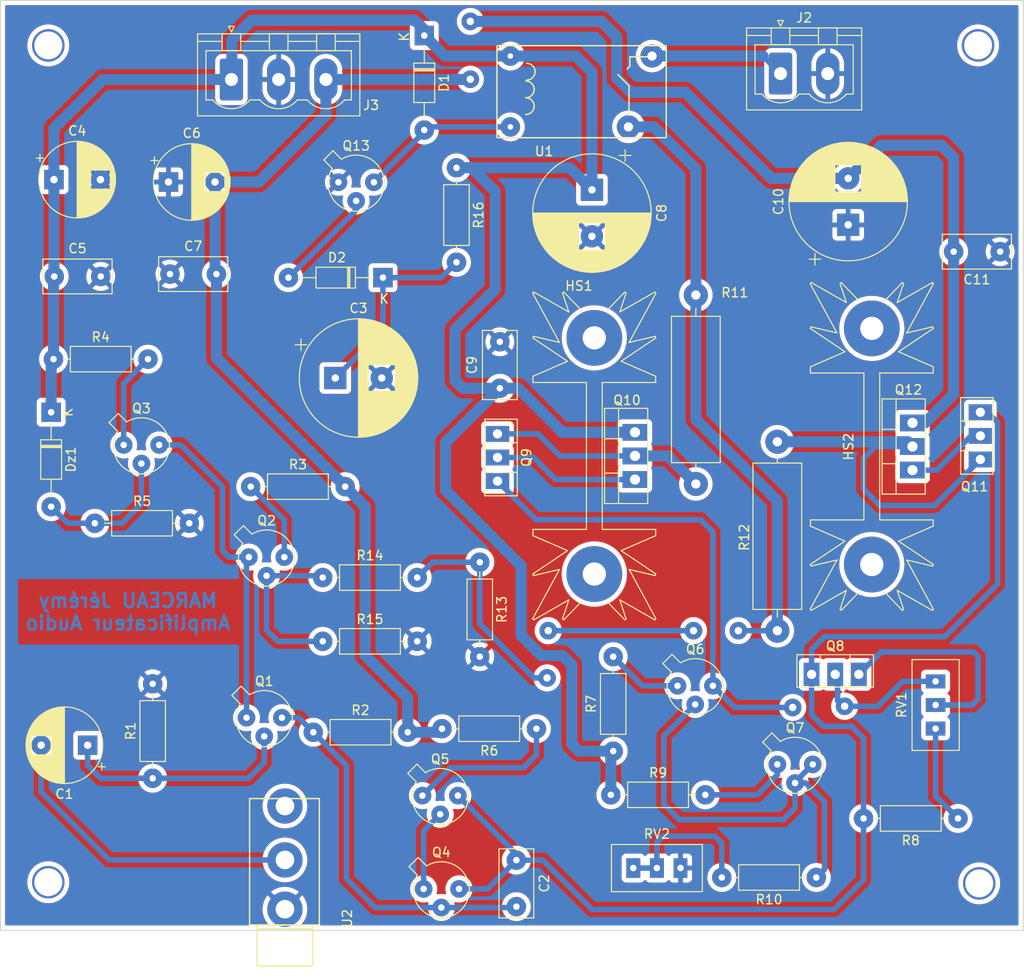
<source format=kicad_pcb>
(kicad_pcb (version 20211014) (generator pcbnew)
  (layers (0 "F.Cu" signal) (31 "B.Cu" signal) (34 "B.Paste" user) (35 "F.Paste" user) (36 "B.SilkS" user "B.Silkscreen") (37 "F.SilkS" user "F.Silkscreen") (38 "B.Mask" user) (39 "F.Mask" user) (44 "Edge.Cuts" user))
  (net 0 "")
  (net 1 "Net-(C1-Pad1)")
  (net 2 "Net-(C1-Pad2)")
  (net 3 "Net-(C2-Pad1)")
  (net 4 "Net-(C2-Pad2)")
  (net 5 "Net-(C3-Pad1)")
  (net 6 "GND")
  (net 7 "+12V")
  (net 8 "-12V")
  (net 9 "Net-(D1-Pad2)")
  (net 10 "Net-(D2-Pad2)")
  (net 11 "Net-(Dz1-Pad2)")
  (net 12 "/HP")
  (net 13 "Net-(Q1-Pad1)")
  (net 14 "Net-(Q2-Pad2)")
  (net 15 "Net-(Q2-Pad3)")
  (net 16 "Net-(Q3-Pad1)")
  (net 17 "Net-(Q4-Pad1)")
  (net 18 "Net-(Q5-Pad1)")
  (net 19 "Net-(Q6-Pad1)")
  (net 20 "Net-(Q6-Pad2)")
  (net 21 "Net-(Q6-Pad3)")
  (net 22 "Net-(Q7-Pad1)")
  (net 23 "Net-(Q8-Pad3)")
  (net 24 "Net-(Q10-Pad2)")
  (net 25 "Net-(Q10-Pad1)")
  (net 26 "Net-(Q11-Pad1)")
  (net 27 "Net-(R8-Pad1)")
  (net 28 "Net-(R10-Pad2)")
  (net 29 "Net-(R11-Pad2)")
  (net 31 "Net-(Q11-Pad2)")
  (footprint "CmpAmpliAudioTR:R_Axial_DIN0207_L6.3mm_D2.5mm_P10.16mm_Horizontal" (layer "F.Cu") (at 96.139 87.249)
    (fp_text reference "R14" (at 5.08 -2.37) (layer "F.SilkS"))
    (fp_text value "R")
    (pad "1" thru_hole circle locked (at 0 0) (size 2.1 2.1) (drill 0.7) (layers *.Cu *.Mask) (net 14 "Net-(Q2-Pad2)"))
    (pad "2" thru_hole circle locked (at 10.16 0) (size 2.1 2.1) (drill 0.7) (layers *.Cu *.Mask) (net 29 "Net-(R11-Pad2)"))
  )
  (footprint "CmpAmpliAudioTR:R_Axial_DIN0207_L6.3mm_D2.5mm_P10.16mm_Horizontal" (layer "F.Cu") (at 95.123 103.886)
    (fp_text reference "R2" (at 5.08 -2.37) (layer "F.SilkS"))
    (fp_text value "R")
    (pad "1" thru_hole circle locked (at 0 0) (size 2.1 2.1) (drill 0.7) (layers *.Cu *.Mask) (net 4 "Net-(C2-Pad2)"))
    (pad "2" thru_hole circle locked (at 10.16 0) (size 2.1 2.1) (drill 0.7) (layers *.Cu *.Mask) (net 8 "-12V"))
  )
  (footprint "CmpAmpliAudioTR:R_Axial_DIN0207_L6.3mm_D2.5mm_P10.16mm_Horizontal" (layer "F.Cu") (at 127.127 110.617)
    (fp_text reference "R9" (at 5.08 -2.37) (layer "F.SilkS"))
    (fp_text value "R")
    (pad "1" thru_hole circle locked (at 0 0) (size 2.1 2.1) (drill 0.7) (layers *.Cu *.Mask) (net 7 "+12V"))
    (pad "2" thru_hole circle locked (at 10.16 0) (size 2.1 2.1) (drill 0.7) (layers *.Cu *.Mask) (net 22 "Net-(Q7-Pad1)"))
  )
  (footprint "CmpAmpliAudioTR:R_Axial_DIN0516_L15.5mm_D5.0mm_P20.32mm_Horizontal" (layer "F.Cu") (at 136.271 77.181698 90)
    (fp_text reference "R11" (at 20.574 4.191 180) (layer "F.SilkS"))
    (fp_text value "R")
    (pad "1" thru_hole circle locked (at 0 0 90) (size 2.6 2.6) (drill 1) (layers *.Cu *.Mask) (net 24 "Net-(Q10-Pad2)"))
    (pad "2" thru_hole oval locked (at 20.32 0 90) (size 2.6 2.6) (drill 1) (layers *.Cu *.Mask) (net 29 "Net-(R11-Pad2)"))
  )
  (footprint "CmpAmpliAudioTR:TO-18-3" (layer "F.Cu") (at 88.576724 102.419724)
    (fp_text reference "Q1" (at 1.27 -4.02) (layer "F.SilkS"))
    (fp_text value "2N2907")
    (pad "1" thru_hole circle (at -0.635 -0.1) (size 1.9 1.9) (drill 0.7) (layers *.Cu *.Mask) (net 13 "Net-(Q1-Pad1)"))
    (pad "2" thru_hole circle (at 1.27 1.905) (size 1.9 1.9) (drill 0.7) (layers *.Cu *.Mask) (net 1 "Net-(C1-Pad1)"))
    (pad "3" thru_hole circle (at 3.175 -0.1) (size 1.9 1.9) (drill 0.7) (layers *.Cu *.Mask) (net 4 "Net-(C2-Pad2)"))
  )
  (footprint "CmpAmpliAudioTR:R_Axial_DIN0207_L6.3mm_D2.5mm_P10.16mm_Horizontal" (layer "F.Cu") (at 164.465 113.157 180)
    (fp_text reference "R8" (at 5.08 -2.37 180) (layer "F.SilkS"))
    (fp_text value "R")
    (pad "1" thru_hole circle locked (at 0 0 180) (size 2.1 2.1) (drill 0.7) (layers *.Cu *.Mask) (net 27 "Net-(R8-Pad1)"))
    (pad "2" thru_hole circle locked (at 10.16 0 180) (size 2.1 2.1) (drill 0.7) (layers *.Cu *.Mask) (net 3 "Net-(C2-Pad1)"))
  )
  (footprint "CmpAmpliAudioTR:D_DO-35_SOD27_P10.16mm_Horizontal" (layer "F.Cu") (at 66.929 69.469 -90)
    (fp_text reference "Dz1" (at 5.08 -2.12 -90) (layer "F.SilkS"))
    (fp_text value "BZX55C5V1")
    (fp_text user "K" (at 0 -1.8 -90) (layer "F.SilkS"))
    (pad "1" thru_hole rect (at 0 0 270) (size 2.1 2.1) (drill 0.7) (layers *.Cu *.Mask) (net 7 "+12V"))
    (pad "2" thru_hole oval (at 10.16 0 270) (size 2.1 2.1) (drill 0.7) (layers *.Cu *.Mask) (net 11 "Net-(Dz1-Pad2)"))
  )
  (footprint "CmpAmpliAudioTR:CP_Radial_D12.5mm_P5.00mm" (layer "F.Cu") (at 152.654 49.313959 90)
    (fp_text reference "C10" (at 2.5 -7.5 90) (layer "F.SilkS"))
    (fp_text value "470u")
    (pad "1" thru_hole rect locked (at 0 0 90) (size 2.4 2.4) (drill 0.8) (layers *.Cu *.Mask) (net 6 "GND"))
    (pad "2" thru_hole circle locked (at 5 0 90) (size 2.4 2.4) (drill 0.8) (layers *.Cu *.Mask) (net 8 "-12V"))
  )
  (footprint "CmpAmpliAudioTR:Heatsink_Fischer_SK104-STC-STIC_35x13mm_2xDrill2.5mm" (layer "F.Cu") (at 155.194 73.148343 90)
    (fp_text reference "HS2" (at -0.025 -2.5 90) (layer "F.SilkS"))
    (fp_text value "Heatsink")
    (pad "1" thru_hole circle locked (at -12.7 0 270) (size 6 6) (drill 2.5) (layers *.Cu *.Mask))
    (pad "1" thru_hole circle locked (at 12.7 0 90) (size 6 6) (drill 2.5) (layers *.Cu *.Mask))
  )
  (footprint "CmpAmpliAudioTR:R_Axial_DIN0207_L6.3mm_D2.5mm_P10.16mm_Horizontal" (layer "F.Cu") (at 88.392 77.47)
    (fp_text reference "R3" (at 5.08 -2.37) (layer "F.SilkS"))
    (fp_text value "R")
    (pad "1" thru_hole circle locked (at 0 0) (size 2.1 2.1) (drill 0.7) (layers *.Cu *.Mask) (net 15 "Net-(Q2-Pad3)"))
    (pad "2" thru_hole circle locked (at 10.16 0) (size 2.1 2.1) (drill 0.7) (layers *.Cu *.Mask) (net 8 "-12V"))
  )
  (footprint "CmpAmpliAudioTR:Heatsink_Fischer_SK104-STC-STIC_35x13mm_2xDrill2.5mm" (layer "F.Cu") (at 125.349 74.168 -90)
    (fp_text reference "HS1" (at -18.288 1.651) (layer "F.SilkS"))
    (fp_text value "Heatsink")
    (pad "1" thru_hole circle locked (at -12.7 0 90) (size 6 6) (drill 2.5) (layers *.Cu *.Mask))
    (pad "1" thru_hole circle locked (at 12.7 0 270) (size 6 6) (drill 2.5) (layers *.Cu *.Mask))
  )
  (footprint "CmpAmpliAudioTR:D_DO-35_SOD27_P10.16mm_Horizontal" (layer "F.Cu") (at 107.061 28.956 -90)
    (fp_text reference "D1" (at 5.08 -2.12 -90) (layer "F.SilkS"))
    (fp_text value "1N4148")
    (fp_text user "K" (at 0.127 2.159 -90) (layer "F.SilkS"))
    (pad "1" thru_hole rect (at 0 0 270) (size 2.1 2.1) (drill 0.7) (layers *.Cu *.Mask) (net 7 "+12V"))
    (pad "2" thru_hole oval (at 10.16 0 270) (size 2.1 2.1) (drill 0.7) (layers *.Cu *.Mask) (net 9 "Net-(D1-Pad2)"))
  )
  (footprint "CmpAmpliAudioTR:PhoenixContact_MSTBVA_2,5_3-G-5,08_1x03_P5.08mm_Vertical" (layer "F.Cu") (at 86.321276 33.680776)
    (fp_text reference "J3" (at 15.024724 2.768224) (layer "F.SilkS"))
    (fp_text value "Conn_01x03")
    (pad "1" thru_hole roundrect locked (at 0 0) (size 2.5 4.5) (drill 1.4) (layers *.Cu *.Mask) (roundrect_rratio 0.12) (net 7 "+12V"))
    (pad "2" thru_hole oval locked (at 5.08 0) (size 2.5 4.5) (drill 1.4) (layers *.Cu *.Mask) (net 6 "GND"))
    (pad "3" thru_hole oval locked (at 10.16 0) (size 2.5 4.5) (drill 1.4) (layers *.Cu *.Mask) (net 8 "-12V"))
  )
  (footprint "CmpAmpliAudioTR:TO-220-3_Vertical" (layer "F.Cu") (at 159.568 75.692 90)
    (fp_text reference "Q12" (at 8.636 -0.437 180) (layer "F.SilkS"))
    (fp_text value "TIP31")
    (pad "1" thru_hole rect locked (at 0 0 90) (size 1.8 2.7) (drill 1.1) (layers *.Cu *.Mask) (net 31 "Net-(Q11-Pad2)"))
    (pad "2" thru_hole rect locked (at 2.54 0 90) (size 1.8 2.7) (drill 1.1) (layers *.Cu *.Mask) (net 26 "Net-(Q11-Pad1)"))
    (pad "3" thru_hole rect locked (at 5.08 0 90) (size 1.8 2.7) (drill 1.1) (layers *.Cu *.Mask) (net 8 "-12V"))
  )
  (footprint "CmpAmpliAudioTR:TO-18-3" (layer "F.Cu") (at 107.499724 110.801724)
    (fp_text reference "Q5" (at 1.27 -4.02) (layer "F.SilkS"))
    (fp_text value "2N2222")
    (pad "1" thru_hole circle (at -0.635 -0.1) (size 1.9 1.9) (drill 0.7) (layers *.Cu *.Mask) (net 18 "Net-(Q5-Pad1)"))
    (pad "2" thru_hole circle (at 1.27 1.905) (size 1.9 1.9) (drill 0.7) (layers *.Cu *.Mask) (net 17 "Net-(Q4-Pad1)"))
    (pad "3" thru_hole circle (at 3.175 -0.1) (size 1.9 1.9) (drill 0.7) (layers *.Cu *.Mask) (net 3 "Net-(C2-Pad1)"))
  )
  (footprint "CmpAmpliAudioTR:C_Rect_L7.2mm_W3.5mm_P5.00mm_FKS2_FKP2_MKS2_MKP2" (layer "F.Cu") (at 67.263 54.864)
    (fp_text reference "C5" (at 2.5 -3) (layer "F.SilkS"))
    (fp_text value "100n")
    (pad "1" thru_hole circle locked (at 0 0) (size 2.1 2.1) (drill 0.7) (layers *.Cu *.Mask) (net 7 "+12V"))
    (pad "2" thru_hole circle locked (at 5 0) (size 2.1 2.1) (drill 0.7) (layers *.Cu *.Mask) (net 6 "GND"))
  )
  (footprint "CmpAmpliAudioTR:TO-18-3" (layer "F.Cu") (at 75.368724 73.082724)
    (fp_text reference "Q3" (at 1.27 -4.02) (layer "F.SilkS"))
    (fp_text value "2N2907")
    (pad "1" thru_hole circle (at -0.635 -0.1) (size 1.9 1.9) (drill 0.7) (layers *.Cu *.Mask) (net 16 "Net-(Q3-Pad1)"))
    (pad "2" thru_hole circle (at 1.27 1.905) (size 1.9 1.9) (drill 0.7) (layers *.Cu *.Mask) (net 11 "Net-(Dz1-Pad2)"))
    (pad "3" thru_hole circle (at 3.175 -0.1) (size 1.9 1.9) (drill 0.7) (layers *.Cu *.Mask) (net 13 "Net-(Q1-Pad1)"))
  )
  (footprint "CmpAmpliAudioTR:Jack_35RAPC2AV" (layer "F.Cu") (at 92.075 125.0195 90)
    (fp_text reference "U2" (at 1.1 6.7 90) (layer "F.SilkS"))
    (fp_text value "Jack_Mono")
    (pad "G" thru_hole circle (at 2.1 0 90) (size 3.8 3.8) (drill 2) (layers *.Cu *.Mask) (net 6 "GND"))
    (pad "T" thru_hole circle (at 7.4 0 90) (size 3.8 3.8) (drill 2) (layers *.Cu *.Mask) (net 2 "Net-(C1-Pad2)"))
    (pad "TN" thru_hole circle (at 13.2 0 90) (size 3.8 3.8) (drill 2) (layers *.Cu *.Mask))
  )
  (footprint "CmpAmpliAudioTR:R_Axial_DIN0207_L6.3mm_D2.5mm_P10.16mm_Horizontal" (layer "F.Cu") (at 67.183 63.754)
    (fp_text reference "R4" (at 5.08 -2.37) (layer "F.SilkS"))
    (fp_text value "R")
    (pad "1" thru_hole circle locked (at 0 0) (size 2.1 2.1) (drill 0.7) (layers *.Cu *.Mask) (net 7 "+12V"))
    (pad "2" thru_hole circle locked (at 10.16 0) (size 2.1 2.1) (drill 0.7) (layers *.Cu *.Mask) (net 16 "Net-(Q3-Pad1)"))
  )
  (footprint "CmpAmpliAudioTR:R_Axial_DIN0207_L6.3mm_D2.5mm_P10.16mm_Horizontal" (layer "F.Cu") (at 71.628 81.407)
    (fp_text reference "R5" (at 5.08 -2.37) (layer "F.SilkS"))
    (fp_text value "R")
    (pad "1" thru_hole circle locked (at 0 0) (size 2.1 2.1) (drill 0.7) (layers *.Cu *.Mask) (net 11 "Net-(Dz1-Pad2)"))
    (pad "2" thru_hole circle locked (at 10.16 0) (size 2.1 2.1) (drill 0.7) (layers *.Cu *.Mask) (net 6 "GND"))
  )
  (footprint "CmpAmpliAudioTR:R_Axial_DIN0207_L6.3mm_D2.5mm_P10.16mm_Horizontal" (layer "F.Cu") (at 96.139 94.107)
    (fp_text reference "R15" (at 5.08 -2.37) (layer "F.SilkS"))
    (fp_text value "R")
    (pad "1" thru_hole circle locked (at 0 0) (size 2.1 2.1) (drill 0.7) (layers *.Cu *.Mask) (net 14 "Net-(Q2-Pad2)"))
    (pad "2" thru_hole circle locked (at 10.16 0) (size 2.1 2.1) (drill 0.7) (layers *.Cu *.Mask) (net 6 "GND"))
  )
  (footprint "CmpAmpliAudioTR:TO-126-3_Vertical" (layer "F.Cu") (at 114.941 71.795 -90)
    (fp_text reference "Q9" (at 2.54 -3.12 -90) (layer "F.SilkS"))
    (fp_text value "BD139")
    (pad "1" thru_hole rect locked (at 0 0 270) (size 1.7 2.5) (drill 1) (layers *.Cu *.Mask) (net 24 "Net-(Q10-Pad2)"))
    (pad "2" thru_hole rect locked (at 2.54 0 270) (size 1.7 2.5) (drill 1) (layers *.Cu *.Mask) (net 25 "Net-(Q10-Pad1)"))
    (pad "3" thru_hole rect locked (at 5.08 0 270) (size 1.7 2.5) (drill 1) (layers *.Cu *.Mask) (net 21 "Net-(Q6-Pad3)"))
  )
  (footprint "CmpAmpliAudioTR:R_Axial_DIN0207_L6.3mm_D2.5mm_P10.16mm_Horizontal" (layer "F.Cu") (at 113.03 85.598 -90)
    (fp_text reference "R13" (at 5.08 -2.37 -90) (layer "F.SilkS"))
    (fp_text value "R")
    (pad "1" thru_hole circle locked (at 0 0 270) (size 2.1 2.1) (drill 0.7) (layers *.Cu *.Mask) (net 29 "Net-(R11-Pad2)"))
    (pad "2" thru_hole circle locked (at 10.16 0 270) (size 2.1 2.1) (drill 0.7) (layers *.Cu *.Mask) (net 6 "GND"))
  )
  (footprint "CmpAmpliAudioTR:TO-18-3" (layer "F.Cu") (at 107.626724 120.834724)
    (fp_text reference "Q4" (at 1.27 -4.02) (layer "F.SilkS"))
    (fp_text value "2N2222")
    (pad "1" thru_hole circle (at -0.635 -0.1) (size 1.9 1.9) (drill 0.7) (layers *.Cu *.Mask) (net 17 "Net-(Q4-Pad1)"))
    (pad "2" thru_hole circle (at 1.27 1.905) (size 1.9 1.9) (drill 0.7) (layers *.Cu *.Mask) (net 4 "Net-(C2-Pad2)"))
    (pad "3" thru_hole circle (at 3.175 -0.1) (size 1.9 1.9) (drill 0.7) (layers *.Cu *.Mask) (net 3 "Net-(C2-Pad1)"))
  )
  (footprint "CmpAmpliAudioTR:TO-18-3" (layer "F.Cu") (at 145.669 107.442)
    (fp_text reference "Q7" (at 1.27 -4.02) (layer "F.SilkS"))
    (fp_text value "2N2907")
    (pad "1" thru_hole circle (at -0.635 -0.1) (size 1.9 1.9) (drill 0.7) (layers *.Cu *.Mask) (net 22 "Net-(Q7-Pad1)"))
    (pad "2" thru_hole circle (at 1.27 1.905) (size 1.9 1.9) (drill 0.7) (layers *.Cu *.Mask) (net 20 "Net-(Q6-Pad2)"))
    (pad "3" thru_hole circle (at 3.175 -0.1) (size 1.9 1.9) (drill 0.7) (layers *.Cu *.Mask) (net 20 "Net-(Q6-Pad2)"))
  )
  (footprint "CmpAmpliAudioTR:D_DO-35_SOD27_P10.16mm_Horizontal" (layer "F.Cu") (at 102.616 54.991 180)
    (fp_text reference "D2" (at 4.953 2.159 180) (layer "F.SilkS"))
    (fp_text value "D_Zener")
    (fp_text user "K" (at -0.127 -2.286 180) (layer "F.SilkS"))
    (pad "1" thru_hole rect (at 0 0 180) (size 2.1 2.1) (drill 0.7) (layers *.Cu *.Mask) (net 5 "Net-(C3-Pad1)"))
    (pad "2" thru_hole oval (at 10.16 0 180) (size 2.1 2.1) (drill 0.7) (layers *.Cu *.Mask) (net 10 "Net-(D2-Pad2)"))
  )
  (footprint "CmpAmpliAudioTR:R_Axial_DIN0207_L6.3mm_D2.5mm_P10.16mm_Horizontal" (layer "F.Cu") (at 149.225 119.507 180)
    (fp_text reference "R10" (at 5.08 -2.37 180) (layer "F.SilkS"))
    (fp_text value "R")
    (pad "1" thru_hole circle locked (at 0 0 180) (size 2.1 2.1) (drill 0.7) (layers *.Cu *.Mask) (net 20 "Net-(Q6-Pad2)"))
    (pad "2" thru_hole circle locked (at 10.16 0 180) (size 2.1 2.1) (drill 0.7) (layers *.Cu *.Mask) (net 28 "Net-(R10-Pad2)"))
  )
  (footprint "CmpAmpliAudioTR:C_Rect_L7.2mm_W3.5mm_P5.00mm_FKS2_FKP2_MKS2_MKP2" (layer "F.Cu") (at 115.189 66.889 90)
    (fp_text reference "C9" (at 2.5 -3 90) (layer "F.SilkS"))
    (fp_text value "100n")
    (pad "1" thru_hole circle locked (at 0 0 90) (size 2.1 2.1) (drill 0.7) (layers *.Cu *.Mask) (net 7 "+12V"))
    (pad "2" thru_hole circle locked (at 5 0 90) (size 2.1 2.1) (drill 0.7) (layers *.Cu *.Mask) (net 6 "GND"))
  )
  (footprint "CmpAmpliAudioTR:C_Rect_L7.2mm_W3.5mm_P5.00mm_FKS2_FKP2_MKS2_MKP2" (layer "F.Cu") (at 168.997 52.197 180)
    (fp_text reference "C11" (at 2.5 -3 180) (layer "F.SilkS"))
    (fp_text value "100n")
    (pad "1" thru_hole circle locked (at 0 0 180) (size 2.1 2.1) (drill 0.7) (layers *.Cu *.Mask) (net 6 "GND"))
    (pad "2" thru_hole circle locked (at 5 0 180) (size 2.1 2.1) (drill 0.7) (layers *.Cu *.Mask) (net 8 "-12V"))
  )
  (footprint "CmpAmpliAudioTR:R_Axial_DIN0207_L6.3mm_D2.5mm_P10.16mm_Horizontal" (layer "F.Cu") (at 127.381 105.918 90)
    (fp_text reference "R7" (at 5.08 -2.37 90) (layer "F.SilkS"))
    (fp_text value "R")
    (pad "1" thru_hole circle locked (at 0 0 90) (size 2.1 2.1) (drill 0.7) (layers *.Cu *.Mask) (net 7 "+12V"))
    (pad "2" thru_hole circle locked (at 10.16 0 90) (size 2.1 2.1) (drill 0.7) (layers *.Cu *.Mask) (net 19 "Net-(Q6-Pad1)"))
  )
  (footprint "CmpAmpliAudioTR:TO-126-3_Vertical" (layer "F.Cu") (at 166.872 74.549 90)
    (fp_text reference "Q11" (at -2.921 -0.629 180) (layer "F.SilkS"))
    (fp_text value "BD138")
    (pad "1" thru_hole rect locked (at 0 0 90) (size 1.7 2.5) (drill 1) (layers *.Cu *.Mask) (net 26 "Net-(Q11-Pad1)"))
    (pad "2" thru_hole rect locked (at 2.54 0 90) (size 1.7 2.5) (drill 1) (layers *.Cu *.Mask) (net 31 "Net-(Q11-Pad2)"))
    (pad "3" thru_hole rect locked (at 5.08 0 90) (size 1.7 2.5) (drill 1) (layers *.Cu *.Mask) (net 3 "Net-(C2-Pad1)"))
  )
  (footprint "CmpAmpliAudioTR:R_Axial_DIN0516_L15.5mm_D5.0mm_P20.32mm_Horizontal" (layer "F.Cu") (at 145.034 92.964 90)
    (fp_text reference "R12" (at 10.033 -3.556 90) (layer "F.SilkS"))
    (fp_text value "R")
    (pad "1" thru_hole circle locked (at 0 0 90) (size 2.6 2.6) (drill 1) (layers *.Cu *.Mask) (net 29 "Net-(R11-Pad2)"))
    (pad "2" thru_hole oval locked (at 20.32 0 90) (size 2.6 2.6) (drill 1) (layers *.Cu *.Mask) (net 26 "Net-(Q11-Pad1)"))
  )
  (footprint "CmpAmpliAudioTR:C_Rect_L7.2mm_W3.5mm_P5.00mm_FKS2_FKP2_MKS2_MKP2" (layer "F.Cu") (at 116.967 117.642 -90)
    (fp_text reference "C2" (at 2.5 -3 -90) (layer "F.SilkS"))
    (fp_text value "C")
    (pad "1" thru_hole circle locked (at 0 0 270) (size 2.1 2.1) (drill 0.7) (layers *.Cu *.Mask) (net 3 "Net-(C2-Pad1)"))
    (pad "2" thru_hole circle locked (at 5 0 270) (size 2.1 2.1) (drill 0.7) (layers *.Cu *.Mask) (net 4 "Net-(C2-Pad2)"))
  )
  (footprint "CmpAmpliAudioTR:TO-18-3" (layer "F.Cu") (at 98.462959 44.831)
    (fp_text reference "Q13" (at 1.27 -4.02) (layer "F.SilkS"))
    (fp_text value "2N2222")
    (pad "1" thru_hole circle (at -0.635 -0.1) (size 1.9 1.9) (drill 0.7) (layers *.Cu *.Mask) (net 6 "GND"))
    (pad "2" thru_hole circle (at 1.27 1.905) (size 1.9 1.9) (drill 0.7) (layers *.Cu *.Mask) (net 10 "Net-(D2-Pad2)"))
    (pad "3" thru_hole circle (at 3.175 -0.1) (size 1.9 1.9) (drill 0.7) (layers *.Cu *.Mask) (net 9 "Net-(D1-Pad2)"))
  )
  (footprint "CmpAmpliAudioTR:TO-18-3" (layer "F.Cu") (at 88.830724 85.147724)
    (fp_text reference "Q2" (at 1.27 -4.02) (layer "F.SilkS"))
    (fp_text value "2N2907")
    (pad "1" thru_hole circle (at -0.635 -0.1) (size 1.9 1.9) (drill 0.7) (layers *.Cu *.Mask) (net 13 "Net-(Q1-Pad1)"))
    (pad "2" thru_hole circle (at 1.27 1.905) (size 1.9 1.9) (drill 0.7) (layers *.Cu *.Mask) (net 14 "Net-(Q2-Pad2)"))
    (pad "3" thru_hole circle (at 3.175 -0.1) (size 1.9 1.9) (drill 0.7) (layers *.Cu *.Mask) (net 15 "Net-(Q2-Pad3)"))
  )
  (footprint "CmpAmpliAudioTR:CP_Radial_D8.0mm_P5.00mm" (layer "F.Cu") (at 79.552349 44.704)
    (fp_text reference "C6" (at 2.5 -5.25) (layer "F.SilkS"))
    (fp_text value "10u")
    (pad "1" thru_hole rect locked (at 0 0) (size 2.1 2.1) (drill 0.8) (layers *.Cu *.Mask) (net 6 "GND"))
    (pad "2" thru_hole circle locked (at 5 0) (size 2.1 2.1) (drill 0.8) (layers *.Cu *.Mask) (net 8 "-12V"))
  )
  (footprint "CmpAmpliAudioTR:R_Axial_DIN0207_L6.3mm_D2.5mm_P10.16mm_Horizontal" (layer "F.Cu") (at 110.527959 43.18 -90)
    (fp_text reference "R16" (at 5.08 -2.37 -90) (layer "F.SilkS"))
    (fp_text value "R")
    (pad "1" thru_hole circle locked (at 0 0 270) (size 2.1 2.1) (drill 0.7) (layers *.Cu *.Mask) (net 7 "+12V"))
    (pad "2" thru_hole circle locked (at 10.16 0 270) (size 2.1 2.1) (drill 0.7) (layers *.Cu *.Mask) (net 5 "Net-(C3-Pad1)"))
  )
  (footprint "CmpAmpliAudioTR:CP_Radial_D12.5mm_P5.00mm" (layer "F.Cu") (at 97.489 65.786)
    (fp_text reference "C3" (at 2.5 -7.5) (layer "F.SilkS"))
    (fp_text value "100u")
    (pad "1" thru_hole rect locked (at 0 0) (size 2.4 2.4) (drill 0.8) (layers *.Cu *.Mask) (net 5 "Net-(C3-Pad1)"))
    (pad "2" thru_hole circle locked (at 5 0) (size 2.4 2.4) (drill 0.8) (layers *.Cu *.Mask) (net 6 "GND"))
  )
  (footprint "CmpAmpliAudioTR:R_Axial_DIN0207_L6.3mm_D2.5mm_P10.16mm_Horizontal" (layer "F.Cu") (at 77.851 108.839 90)
    (fp_text reference "R1" (at 5.08 -2.37 90) (layer "F.SilkS"))
    (fp_text value "R")
    (pad "1" thru_hole circle locked (at 0 0 90) (size 2.1 2.1) (drill 0.7) (layers *.Cu *.Mask) (net 1 "Net-(C1-Pad1)"))
    (pad "2" thru_hole circle locked (at 10.16 0 90) (size 2.1 2.1) (drill 0.7) (layers *.Cu *.Mask) (net 6 "GND"))
  )
  (footprint "CmpAmpliAudioTR:CP_Radial_D12.5mm_P5.00mm" (layer "F.Cu") (at 125.095 45.546 -90)
    (fp_text reference "C8" (at 2.5 -7.5 -90) (layer "F.SilkS"))
    (fp_text value "470u")
    (pad "1" thru_hole rect locked (at 0 0 270) (size 2.4 2.4) (drill 0.8) (layers *.Cu *.Mask) (net 7 "+12V"))
    (pad "2" thru_hole circle locked (at 5 0 270) (size 2.4 2.4) (drill 0.8) (layers *.Cu *.Mask) (net 6 "GND"))
  )
  (footprint "CmpAmpliAudioTR:PhoenixContact_MSTBVA_2,5_2-G-5,08_1x02_P5.08mm_Vertical" (layer "F.Cu") (at 145.376276 33.045776)
    (fp_text reference "J2" (at 2.54 -6) (layer "F.SilkS"))
    (fp_text value "Conn_01x02")
    (pad "1" thru_hole roundrect locked (at 0 0) (size 2.5 4.5) (drill 1.4) (layers *.Cu *.Mask) (roundrect_rratio 0.12) (net 12 "/HP"))
    (pad "2" thru_hole oval locked (at 5.08 0) (size 2.5 4.5) (drill 1.4) (layers *.Cu *.Mask) (net 6 "GND"))
  )
  (footprint "CmpAmpliAudioTR:Potentiometer_Bourns_3296W_Vertical" (layer "F.Cu") (at 134.62 118.491)
    (fp_text reference "RV2" (at -2.54 -3.66) (layer "F.SilkS"))
    (fp_text value "R_Potentiometer")
    (pad "1" thru_hole rect locked (at 0 0) (size 1.5 2.1) (drill 0.7) (layers *.Cu *.Mask) (net 6 "GND"))
    (pad "2" thru_hole rect locked (at -2.54 0) (size 1.5 2.1) (drill 0.7) (layers *.Cu *.Mask) (net 28 "Net-(R10-Pad2)"))
    (pad "3" thru_hole rect locked (at -5.08 0) (size 1.5 2.1) (drill 0.7) (layers *.Cu *.Mask) (net 28 "Net-(R10-Pad2)"))
  )
  (footprint "CmpAmpliAudioTR:Potentiometer_Bourns_3296W_Vertical" (layer "F.Cu") (at 162.052 98.415 90)
    (fp_text reference "RV1" (at -2.54 -3.66 90) (layer "F.SilkS"))
    (fp_text value "R_Potentiometer")
    (pad "1" thru_hole rect locked (at 0 0 90) (size 1.5 2.1) (drill 0.7) (layers *.Cu *.Mask) (net 21 "Net-(Q6-Pad3)"))
    (pad "2" thru_hole rect locked (at -2.54 0 90) (size 1.5 2.1) (drill 0.7) (layers *.Cu *.Mask) (net 23 "Net-(Q8-Pad3)"))
    (pad "3" thru_hole rect locked (at -5.08 0 90) (size 1.5 2.1) (drill 0.7) (layers *.Cu *.Mask) (net 27 "Net-(R8-Pad1)"))
  )
  (footprint "CmpAmpliAudioTR:CP_Radial_D8.0mm_P5.00mm" (layer "F.Cu") (at 67.233349 44.45)
    (fp_text reference "C4" (at 2.5 -5.25) (layer "F.SilkS"))
    (fp_text value "10u")
    (pad "1" thru_hole rect locked (at 0 0) (size 2.1 2.1) (drill 0.8) (layers *.Cu *.Mask) (net 7 "+12V"))
    (pad "2" thru_hole circle locked (at 5 0) (size 2.1 2.1) (drill 0.8) (layers *.Cu *.Mask) (net 6 "GND"))
  )
  (footprint "CmpAmpliAudioTR:CP_Radial_D8.0mm_P5.00mm" (layer "F.Cu") (at 70.855651 105.283 180)
    (fp_text reference "C1" (at 2.5 -5.25 180) (layer "F.SilkS"))
    (fp_text value "47u")
    (pad "1" thru_hole rect locked (at 0 0 180) (size 2.1 2.1) (drill 0.8) (layers *.Cu *.Mask) (net 1 "Net-(C1-Pad1)"))
    (pad "2" thru_hole circle locked (at 5 0 180) (size 2.1 2.1) (drill 0.8) (layers *.Cu *.Mask) (net 2 "Net-(C1-Pad2)"))
  )
  (footprint "CmpAmpliAudioTR:TO-220-3_Vertical" (layer "F.Cu") (at 129.723 76.708 90)
    (fp_text reference "Q10" (at 8.534 -0.858 180) (layer "F.SilkS"))
    (fp_text value "TIP32")
    (pad "1" thru_hole rect locked (at 0 0 90) (size 1.8 2.7) (drill 1.1) (layers *.Cu *.Mask) (net 25 "Net-(Q10-Pad1)"))
    (pad "2" thru_hole rect locked (at 2.54 0 90) (size 1.8 2.7) (drill 1.1) (layers *.Cu *.Mask) (net 24 "Net-(Q10-Pad2)"))
    (pad "3" thru_hole rect locked (at 5.08 0 90) (size 1.8 2.7) (drill 1.1) (layers *.Cu *.Mask) (net 7 "+12V"))
  )
  (footprint "CmpAmpliAudioTR:TO-126-3_Vertical" (layer "F.Cu") (at 148.717 97.663)
    (fp_text reference "Q8" (at 2.54 -3.048) (layer "F.SilkS"))
    (fp_text value "BD139")
    (pad "1" thru_hole rect locked (at 0 0) (size 1.7 2.5) (drill 1) (layers *.Cu *.Mask) (net 3 "Net-(C2-Pad1)"))
    (pad "2" thru_hole rect locked (at 2.54 0) (size 1.7 2.5) (drill 1) (layers *.Cu *.Mask) (net 21 "Net-(Q6-Pad3)"))
    (pad "3" thru_hole rect locked (at 5.08 0) (size 1.7 2.5) (drill 1) (layers *.Cu *.Mask) (net 23 "Net-(Q8-Pad3)"))
  )
  (footprint "CmpAmpliAudioTR:C_Rect_L7.2mm_W3.5mm_P5.00mm_FKS2_FKP2_MKS2_MKP2" (layer "F.Cu") (at 79.709 54.61)
    (fp_text reference "C7" (at 2.5 -3) (layer "F.SilkS"))
    (fp_text value "100n")
    (pad "1" thru_hole circle locked (at 0 0) (size 2.1 2.1) (drill 0.7) (layers *.Cu *.Mask) (net 6 "GND"))
    (pad "2" thru_hole circle locked (at 5 0) (size 2.1 2.1) (drill 0.7) (layers *.Cu *.Mask) (net 8 "-12V"))
  )
  (footprint "CmpAmpliAudioTR:TO-18-3" (layer "F.Cu") (at 134.931724 98.990724)
    (fp_text reference "Q6" (at 1.27 -4.02) (layer "F.SilkS"))
    (fp_text value "2N2907")
    (pad "1" thru_hole circle (at -0.635 -0.1) (size 1.9 1.9) (drill 0.7) (layers *.Cu *.Mask) (net 19 "Net-(Q6-Pad1)"))
    (pad "2" thru_hole circle (at 1.27 1.905) (size 1.9 1.9) (drill 0.7) (layers *.Cu *.Mask) (net 20 "Net-(Q6-Pad2)"))
    (pad "3" thru_hole circle (at 3.175 -0.1) (size 1.9 1.9) (drill 0.7) (layers *.Cu *.Mask) (net 21 "Net-(Q6-Pad3)"))
  )
  (footprint "CmpAmpliAudioTR:R_Axial_DIN0207_L6.3mm_D2.5mm_P10.16mm_Horizontal" (layer "F.Cu") (at 119.126 103.505 180)
    (fp_text reference "R6" (at 5.08 -2.37 180) (layer "F.SilkS"))
    (fp_text value "R")
    (pad "1" thru_hole circle locked (at 0 0 180) (size 2.1 2.1) (drill 0.7) (layers *.Cu *.Mask) (net 18 "Net-(Q5-Pad1)"))
    (pad "2" thru_hole circle locked (at 10.16 0 180) (size 2.1 2.1) (drill 0.7) (layers *.Cu *.Mask) (net 8 "-12V"))
  )
  (footprint "CmpAmpliAudioTR:Relais_112LMH2" (layer "F.Cu") (at 91.2535 48.3035)
    (fp_text reference "U1" (at 28.7 -6.9) (layer "F.SilkS"))
    (fp_text value "Relay_1CT")
    (pad "b1" thru_hole circle locked (at 25.065 -9.525) (size 2.1 2.1) (drill 0.6) (layers *.Cu *.Mask) (net 9 "Net-(D1-Pad2)"))
    (pad "b2" thru_hole circle locked (at 25.065 -17.145) (size 2.1 2.1) (drill 0.6) (layers *.Cu *.Mask) (net 7 "+12V"))
    (pad "c1" thru_hole circle locked (at 37.765 -9.525) (size 2.5 2.5) (drill 1) (layers *.Cu *.Mask) (net 29 "Net-(R11-Pad2)"))
    (pad "c2" thru_hole circle locked (at 40.305 -17.145) (size 2.5 2.5) (drill 1) (layers *.Cu *.Mask) (net 12 "/HP"))
  )
  (gr_rect (start 61.479 25.18) (end 171.479 125.18) (layer "Edge.Cuts") (width 0.1) (fill none))
  (gr_text "MARCEAU Jérémy\nAmplificateur Audio" (at 75.184 90.932) (layer "B.Cu") (effects (font (size 1.5 1.5) (thickness 0.3)) (justify mirror)))
  (via (at 66.624 120.015) (size 3.5) (drill 3) (layers "F.Cu" "B.Cu") (net 0))
  (via (at 166.624 30.015) (size 3.5) (drill 3) (layers "F.Cu" "B.Cu") (net 0))
  (via (at 120.396 92.964) (size 1.9) (drill 0.8) (layers "F.Cu" "B.Cu") (net 0))
  (via (at 66.624 30.015) (size 3.5) (drill 3) (layers "F.Cu" "B.Cu") (net 0))
  (via (at 166.751 120.142) (size 3.5) (drill 3) (layers "F.Cu" "B.Cu") (net 0))
  (via (at 136.017 92.964) (size 1.9) (drill 0.8) (layers "F.Cu" "B.Cu") (net 0))
  (segment (start 136.017 92.964) (end 120.396 92.964) (width 0.6) (layer "B.Cu") (net 0))
  (segment (start 72.263 108.839) (end 77.851 108.839) (width 0.6) (layer "B.Cu") (net 1))
  (segment (start 88.138 108.839) (end 89.846724 107.130276) (width 0.6) (layer "B.Cu") (net 1))
  (segment (start 89.846724 107.130276) (end 89.846724 104.324724) (width 0.6) (layer "B.Cu") (net 1))
  (segment (start 77.851 108.839) (end 88.138 108.839) (width 0.6) (layer "B.Cu") (net 1))
  (segment (start 70.855651 107.431651) (end 72.263 108.839) (width 0.6) (layer "B.Cu") (net 1))
  (segment (start 70.855651 105.283) (end 70.855651 107.431651) (width 0.6) (layer "B.Cu") (net 1))
  (segment (start 65.855651 110.305651) (end 65.855651 105.283) (width 0.6) (layer "B.Cu") (net 2))
  (segment (start 73.1695 117.6195) (end 65.855651 110.305651) (width 0.6) (layer "B.Cu") (net 2))
  (segment (start 92.075 117.6195) (end 73.1695 117.6195) (width 0.6) (layer "B.Cu") (net 2))
  (segment (start 168.721511 87.945489) (end 163.068 93.599) (width 0.6) (layer "B.Cu") (net 3))
  (segment (start 154.305 104.521) (end 154.305 113.157) (width 0.6) (layer "B.Cu") (net 3))
  (segment (start 149.987 103.251) (end 153.035 103.251) (width 0.6) (layer "B.Cu") (net 3))
  (segment (start 166.872 69.469) (end 167.631022 69.469) (width 0.6) (layer "B.Cu") (net 3))
  (segment (start 110.674724 110.701724) (end 116.967 116.994) (width 0.6) (layer "B.Cu") (net 3))
  (segment (start 148.717 94.996) (end 148.717 97.663) (width 0.6) (layer "B.Cu") (net 3))
  (segment (start 150.114 93.599) (end 148.717 94.996) (width 0.6) (layer "B.Cu") (net 3))
  (segment (start 153.035 103.251) (end 154.305 104.521) (width 0.6) (layer "B.Cu") (net 3))
  (segment (start 119.801 117.642) (end 116.967 117.642) (width 0.6) (layer "B.Cu") (net 3))
  (segment (start 151.13 122.936) (end 125.095 122.936) (width 0.6) (layer "B.Cu") (net 3))
  (segment (start 148.717 97.663) (end 148.717 101.981) (width 0.6) (layer "B.Cu") (net 3))
  (segment (start 167.631022 69.469) (end 168.721511 70.559489) (width 0.6) (layer "B.Cu") (net 3))
  (segment (start 116.967 116.994) (end 116.967 117.642) (width 0.6) (layer "B.Cu") (net 3))
  (segment (start 110.801724 120.734724) (end 113.874276 120.734724) (width 0.6) (layer "B.Cu") (net 3))
  (segment (start 168.721511 70.559489) (end 168.721511 87.945489) (width 0.6) (layer "B.Cu") (net 3))
  (segment (start 163.068 93.599) (end 150.114 93.599) (width 0.6) (layer "B.Cu") (net 3))
  (segment (start 154.305 113.157) (end 154.305 119.761) (width 0.6) (layer "B.Cu") (net 3))
  (segment (start 154.305 119.761) (end 151.13 122.936) (width 0.6) (layer "B.Cu") (net 3))
  (segment (start 148.717 101.981) (end 149.987 103.251) (width 0.6) (layer "B.Cu") (net 3))
  (segment (start 125.095 122.936) (end 119.801 117.642) (width 0.6) (layer "B.Cu") (net 3))
  (segment (start 113.874276 120.734724) (end 116.967 117.642) (width 0.6) (layer "B.Cu") (net 3))
  (segment (start 91.751724 102.319724) (end 93.556724 102.319724) (width 0.6) (layer "B.Cu") (net 4))
  (segment (start 116.967 122.642) (end 116.967 122.936) (width 0.6) (layer "B.Cu") (net 4))
  (segment (start 116.967 123.063) (end 116.967 122.642) (width 0.6) (layer "B.Cu") (net 4))
  (segment (start 101.784724 122.739724) (end 108.896724 122.739724) (width 0.6) (layer "B.Cu") (net 4))
  (segment (start 98.679 107.442) (end 98.679 119.634) (width 0.6) (layer "B.Cu") (net 4))
  (segment (start 116.869276 122.739724) (end 116.967 122.642) (width 0.6) (layer "B.Cu") (net 4))
  (segment (start 95.123 103.886) (end 98.679 107.442) (width 0.6) (layer "B.Cu") (net 4))
  (segment (start 93.556724 102.319724) (end 95.123 103.886) (width 0.6) (layer "B.Cu") (net 4))
  (segment (start 98.679 119.634) (end 101.784724 122.739724) (width 0.6) (layer "B.Cu") (net 4))
  (segment (start 108.896724 122.739724) (end 116.869276 122.739724) (width 0.6) (layer "B.Cu") (net 4))
  (segment (start 102.616 54.991) (end 102.616 60.659) (width 0.6) (layer "B.Cu") (net 5))
  (segment (start 102.616 60.659) (end 97.489 65.786) (width 0.6) (layer "B.Cu") (net 5))
  (segment (start 110.527959 53.34) (end 108.876959 54.991) (width 0.6) (layer "B.Cu") (net 5))
  (segment (start 108.876959 54.991) (end 102.616 54.991) (width 0.6) (layer "B.Cu") (net 5))
  (segment (start 125.095 45.546) (end 124.888 45.546) (width 0.6) (layer "F.Cu") (net 7))
  (segment (start 117.181 66.889) (end 121.92 71.628) (width 1.2) (layer "B.Cu") (net 7))
  (segment (start 127.381 110.363) (end 127.127 110.617) (width 1.2) (layer "B.Cu") (net 7))
  (segment (start 123.698 105.918) (end 127.381 105.918) (width 1.2) (layer "B.Cu") (net 7))
  (segment (start 86.321276 33.680776) (end 86.36 33.642052) (width 1.2) (layer "B.Cu") (net 7))
  (segment (start 110.363 66.04) (end 111.212 66.889) (width 1.2) (layer "B.Cu") (net 7))
  (segment (start 88.519 27.305) (end 106.045 27.305) (width 1.2) (layer "B.Cu") (net 7))
  (segment (start 116.3185 31.1585) (end 123.3605 31.1585) (width 1.2) (layer "B.Cu") (net 7))
  (segment (start 112.141 43.18) (end 114.681 45.72) (width 1.2) (layer "B.Cu") (net 7))
  (segment (start 127.127 110.617) (end 127.127 106.172) (width 1.2) (layer "B.Cu") (net 7))
  (segment (start 122.729 43.18) (end 125.095 45.546) (width 1.2) (layer "B.Cu") (net 7))
  (segment (start 115.189 66.889) (end 117.181 66.889) (width 1.2) (layer "B.Cu") (net 7))
  (segment (start 121.92 95.631) (end 122.936 96.647) (width 1.2) (layer "B.Cu") (net 7))
  (segment (start 109.2635 31.1585) (end 107.061 28.956) (width 1.2) (layer "B.Cu") (net 7))
  (segment (start 67.233349 38.938651) (end 72.491224 33.680776) (width 1.2) (layer "B.Cu") (net 7))
  (segment (start 66.929 69.469) (end 66.929 64.008) (width 1.2) (layer "B.Cu") (net 7))
  (segment (start 117.475 85.979) (end 117.475 93.472) (width 1.2) (layer "B.Cu") (net 7))
  (segment (start 110.363 60.579) (end 110.363 66.04) (width 1.2) (layer "B.Cu") (net 7))
  (segment (start 86.36 33.642052) (end 86.36 29.464) (width 1.2) (layer "B.Cu") (net 7))
  (segment (start 127.127 106.172) (end 127.381 105.918) (width 1.2) (layer "B.Cu") (net 7))
  (segment (start 66.929 64.008) (end 67.183 63.754) (width 1.2) (layer "B.Cu") (net 7))
  (segment (start 114.681 45.72) (end 114.681 56.261) (width 1.2) (layer "B.Cu") (net 7))
  (segment (start 114.681 56.261) (end 110.363 60.579) (width 1.2) (layer "B.Cu") (net 7))
  (segment (start 67.233349 54.834349) (end 67.263 54.864) (width 1.2) (layer "B.Cu") (net 7))
  (segment (start 86.36 29.464) (end 88.519 27.305) (width 1.2) (layer "B.Cu") (net 7))
  (segment (start 123.3605 31.1585) (end 125.095 32.893) (width 1.2) (layer "B.Cu") (net 7))
  (segment (start 110.527959 43.18) (end 112.141 43.18) (width 1.2) (layer "B.Cu") (net 7))
  (segment (start 116.3185 31.1585) (end 109.2635 31.1585) (width 1.2) (layer "B.Cu") (net 7))
  (segment (start 121.92 71.628) (end 129.723 71.628) (width 1.2) (layer "B.Cu") (net 7))
  (segment (start 67.183 54.944) (end 67.263 54.864) (width 1.2) (layer "B.Cu") (net 7))
  (segment (start 67.233349 44.45) (end 67.233349 38.938651) (width 1.2) (layer "B.Cu") (net 7))
  (segment (start 109.347 72.731) (end 109.347 77.851) (width 1.2) (layer "B.Cu") (net 7))
  (segment (start 67.183 54.944) (end 67.263 54.864) (width 1.2) (layer "B.Cu") (net 7))
  (segment (start 111.212 66.889) (end 115.189 66.889) (width 1.2) (layer "B.Cu") (net 7))
  (segment (start 119.634 95.631) (end 121.92 95.631) (width 1.2) (layer "B.Cu") (net 7))
  (segment (start 67.233349 44.45) (end 67.233349 54.834349) (width 1.2) (layer "B.Cu") (net 7))
  (segment (start 109.347 77.851) (end 117.475 85.979) (width 1.2) (layer "B.Cu") (net 7))
  (segment (start 117.475 93.472) (end 119.634 95.631) (width 1.2) (layer "B.Cu") (net 7))
  (segment (start 122.936 96.647) (end 122.936 105.156) (width 1.2) (layer "B.Cu") (net 7))
  (segment (start 115.189 66.889) (end 109.347 72.731) (width 1.2) (layer "B.Cu") (net 7))
  (segment (start 107.061 28.321) (end 107.061 28.956) (width 1.2) (layer "B.Cu") (net 7))
  (segment (start 110.527959 43.18) (end 122.729 43.18) (width 1.2) (layer "B.Cu") (net 7))
  (segment (start 122.936 105.156) (end 123.698 105.918) (width 1.2) (layer "B.Cu") (net 7))
  (segment (start 67.183 63.754) (end 67.183 54.944) (width 1.2) (layer "B.Cu") (net 7))
  (segment (start 106.045 27.305) (end 107.061 28.321) (width 1.2) (layer "B.Cu") (net 7))
  (segment (start 67.263 44.479651) (end 67.233349 44.45) (width 1.2) (layer "B.Cu") (net 7))
  (segment (start 66.929 64.008) (end 67.183 63.754) (width 1.2) (layer "B.Cu") (net 7))
  (segment (start 72.491224 33.680776) (end 86.321276 33.680776) (width 1.2) (layer "B.Cu") (net 7))
  (segment (start 125.095 32.893) (end 125.095 45.546) (width 1.2) (layer "B.Cu") (net 7))
  (via (at 112.014 33.655) (size 1.9) (drill 0.8) (layers "F.Cu" "B.Cu") (net 8))
  (via (at 112.014 27.432) (size 1.9) (drill 0.8) (layers "F.Cu" "B.Cu") (net 8))
  (segment (start 127.762 29.083) (end 126.111 27.432) (width 1.2) (layer "B.Cu") (net 8))
  (segment (start 127.762 33.528) (end 127.762 29.083) (width 1.2) (layer "B.Cu") (net 8))
  (segment (start 98.552 77.47) (end 84.709 63.627) (width 1.2) (layer "B.Cu") (net 8))
  (segment (start 126.111 27.432) (end 112.014 27.432) (width 1.2) (layer "B.Cu") (net 8))
  (segment (start 100.711 79.629) (end 100.711 95.631) (width 1.2) (layer "B.Cu") (net 8))
  (segment (start 105.283 100.203) (end 105.283 103.886) (width 1.2) (layer "B.Cu") (net 8))
  (segment (start 84.709 63.627) (end 84.709 54.61) (width 1.2) (layer "B.Cu") (net 8))
  (segment (start 163.997 42.077) (end 163.997 52.197) (width 1.2) (layer "B.Cu") (net 8))
  (segment (start 111.988224 33.680776) (end 112.014 33.655) (width 1.2) (layer "B.Cu") (net 8))
  (segment (start 152.654 44.313959) (end 156.200959 40.767) (width 1.2) (layer "B.Cu") (net 8))
  (segment (start 105.283 103.886) (end 108.585 103.886) (width 1.2) (layer "B.Cu") (net 8))
  (segment (start 89.281 44.704) (end 84.552349 44.704) (width 1.2) (layer "B.Cu") (net 8))
  (segment (start 129.286 35.052) (end 127.762 33.528) (width 1.2) (layer "B.Cu") (net 8))
  (segment (start 160.909 70.612) (end 159.385 70.612) (width 1.2) (layer "B.Cu") (net 8))
  (segment (start 84.552349 44.704) (end 84.552349 54.453349) (width 1.2) (layer "B.Cu") (net 8))
  (segment (start 96.481276 37.503724) (end 89.281 44.704) (width 1.2) (layer "B.Cu") (net 8))
  (segment (start 135.128 35.052) (end 129.286 35.052) (width 1.2) (layer "B.Cu") (net 8))
  (segment (start 100.711 95.631) (end 105.283 100.203) (width 1.2) (layer "B.Cu") (net 8))
  (segment (start 96.481276 33.680776) (end 111.988224 33.680776) (width 1.2) (layer "B.Cu") (net 8))
  (segment (start 152.654 44.313959) (end 144.389959 44.313959) (width 1.2) (layer "B.Cu") (net 8))
  (segment (start 96.481276 33.680776) (end 96.481276 37.503724) (width 1.2) (layer "B.Cu") (net 8))
  (segment (start 163.997 67.524) (end 160.909 70.612) (width 1.2) (layer "B.Cu") (net 8))
  (segment (start 163.997 52.197) (end 163.997 67.524) (width 1.2) (layer "B.Cu") (net 8))
  (segment (start 162.687 40.767) (end 163.997 42.077) (width 1.2) (layer "B.Cu") (net 8))
  (segment (start 98.552 77.47) (end 100.711 79.629) (width 1.2) (layer "B.Cu") (net 8))
  (segment (start 144.389959 44.313959) (end 135.128 35.052) (width 1.2) (layer "B.Cu") (net 8))
  (segment (start 156.200959 40.767) (end 162.687 40.767) (width 1.2) (layer "B.Cu") (net 8))
  (segment (start 84.552349 54.453349) (end 84.709 54.61) (width 1.2) (layer "B.Cu") (net 8))
  (segment (start 108.585 103.886) (end 108.966 103.505) (width 1.2) (layer "B.Cu") (net 8))
  (segment (start 107.3985 38.7785) (end 107.061 39.116) (width 0.6) (layer "B.Cu") (net 9))
  (segment (start 116.3185 38.7785) (end 107.3985 38.7785) (width 0.6) (layer "B.Cu") (net 9))
  (segment (start 107.061 39.307959) (end 107.061 39.116) (width 0.6) (layer "B.Cu") (net 9))
  (segment (start 101.637959 44.731) (end 107.061 39.307959) (width 0.6) (layer "B.Cu") (net 9))
  (segment (start 92.456 54.991) (end 99.732959 47.714041) (width 0.6) (layer "B.Cu") (net 10))
  (segment (start 99.732959 47.714041) (end 99.732959 46.736) (width 0.6) (layer "B.Cu") (net 10))
  (segment (start 71.628 81.407) (end 74.549 81.407) (width 0.6) (layer "B.Cu") (net 11))
  (segment (start 74.549 81.407) (end 76.638724 79.317276) (width 0.6) (layer "B.Cu") (net 11))
  (segment (start 71.628 81.407) (end 68.707 81.407) (width 0.6) (layer "B.Cu") (net 11))
  (segment (start 76.638724 79.317276) (end 76.638724 74.987724) (width 0.6) (layer "B.Cu") (net 11))
  (segment (start 68.707 81.407) (end 66.929 79.629) (width 0.6) (layer "B.Cu") (net 11))
  (segment (start 143.489 31.1585) (end 145.376276 33.045776) (width 0.6) (layer "B.Cu") (net 12))
  (segment (start 131.5585 31.1585) (end 143.489 31.1585) (width 1.2) (layer "B.Cu") (net 12))
  (segment (start 85.344 84.328) (end 86.063724 85.047724) (width 0.6) (layer "B.Cu") (net 13))
  (segment (start 87.941724 102.319724) (end 87.941724 85.301724) (width 0.6) (layer "B.Cu") (net 13))
  (segment (start 78.543724 72.982724) (end 80.856724 72.982724) (width 0.6) (layer "B.Cu") (net 13))
  (segment (start 87.941724 85.301724) (end 88.195724 85.047724) (width 0.6) (layer "B.Cu") (net 13))
  (segment (start 86.063724 85.047724) (end 88.195724 85.047724) (width 0.6) (layer "B.Cu") (net 13))
  (segment (start 80.856724 72.982724) (end 85.344 77.47) (width 0.6) (layer "B.Cu") (net 13))
  (segment (start 85.344 77.47) (end 85.344 84.328) (width 0.6) (layer "B.Cu") (net 13))
  (segment (start 91.313 94.107) (end 96.139 94.107) (width 0.6) (layer "B.Cu") (net 14))
  (segment (start 90.100724 92.894724) (end 91.313 94.107) (width 0.6) (layer "B.Cu") (net 14))
  (segment (start 90.100724 87.052724) (end 95.942724 87.052724) (width 0.6) (layer "B.Cu") (net 14))
  (segment (start 90.100724 87.052724) (end 90.100724 92.894724) (width 0.6) (layer "B.Cu") (net 14))
  (segment (start 95.942724 87.052724) (end 96.139 87.249) (width 0.6) (layer "B.Cu") (net 14))
  (segment (start 92.005724 81.083724) (end 92.005724 85.047724) (width 0.6) (layer "B.Cu") (net 15))
  (segment (start 88.392 77.47) (end 92.005724 81.083724) (width 0.6) (layer "B.Cu") (net 15))
  (segment (start 77.343 63.754) (end 74.733724 66.363276) (width 0.6) (layer "B.Cu") (net 16))
  (segment (start 74.733724 66.363276) (end 74.733724 72.982724) (width 0.6) (layer "B.Cu") (net 16))
  (segment (start 106.991724 114.484724) (end 108.769724 112.706724) (width 0.6) (layer "B.Cu") (net 17))
  (segment (start 106.991724 120.734724) (end 106.991724 114.484724) (width 0.6) (layer "B.Cu") (net 17))
  (segment (start 117.729 107.696) (end 119.126 106.299) (width 0.6) (layer "B.Cu") (net 18))
  (segment (start 109.870448 107.696) (end 117.729 107.696) (width 0.6) (layer "B.Cu") (net 18))
  (segment (start 106.864724 110.701724) (end 109.870448 107.696) (width 0.6) (layer "B.Cu") (net 18))
  (segment (start 119.126 106.299) (end 119.126 103.505) (width 0.6) (layer "B.Cu") (net 18))
  (segment (start 130.513724 98.890724) (end 134.296724 98.890724) (width 0.6) (layer "B.Cu") (net 19))
  (segment (start 127.381 95.758) (end 130.513724 98.890724) (width 0.6) (layer "B.Cu") (net 19))
  (segment (start 145.669 113.284) (end 146.939 112.014) (width 0.6) (layer "B.Cu") (net 20))
  (segment (start 132.842 111.633) (end 134.493 113.284) (width 0.6) (layer "B.Cu") (net 20))
  (segment (start 150.114 118.618) (end 150.114 111.379) (width 0.6) (layer "B.Cu") (net 20))
  (segment (start 146.939 112.014) (end 146.939 109.347) (width 0.6) (layer "B.Cu") (net 20))
  (segment (start 150.114 111.379) (end 148.082 109.347) (width 0.6) (layer "B.Cu") (net 20))
  (segment (start 148.082 109.347) (end 146.939 109.347) (width 0.6) (layer "B.Cu") (net 20))
  (segment (start 134.493 113.284) (end 145.669 113.284) (width 0.6) (layer "B.Cu") (net 20))
  (segment (start 136.201724 100.895724) (end 132.842 104.255448) (width 0.6) (layer "B.Cu") (net 20))
  (segment (start 149.225 119.507) (end 150.114 118.618) (width 0.6) (layer "B.Cu") (net 20))
  (segment (start 146.939 109.347) (end 146.939 109.247) (width 0.6) (layer "B.Cu") (net 20))
  (segment (start 132.842 104.255448) (end 132.842 111.633) (width 0.6) (layer "B.Cu") (net 20))
  (segment (start 146.939 109.247) (end 148.844 107.342) (width 0.6) (layer "B.Cu") (net 20))
  (via (at 146.685 101.219) (size 1.9) (drill 0.8) (layers "F.Cu" "B.Cu") (net 21))
  (via (at 152.273 101.092) (size 1.9) (drill 0.8) (layers "F.Cu" "B.Cu") (net 21))
  (segment (start 119.092 81.026) (end 136.779 81.026) (width 0.6) (layer "B.Cu") (net 21))
  (segment (start 151.511 100.457) (end 152.146 101.092) (width 0.6) (layer "B.Cu") (net 21))
  (segment (start 151.511 97.917) (end 151.511 100.457) (width 0.6) (layer "B.Cu") (net 21))
  (segment (start 151.257 97.663) (end 151.511 97.917) (width 0.6) (layer "B.Cu") (net 21))
  (segment (start 114.941 76.875) (end 119.092 81.026) (width 0.6) (layer "B.Cu") (net 21))
  (segment (start 162.052 98.415) (end 158.506 98.415) (width 0.6) (layer "B.Cu") (net 21))
  (segment (start 138.106724 98.890724) (end 140.435 101.219) (width 0.6) (layer "B.Cu") (net 21))
  (segment (start 138.106724 82.353724) (end 138.106724 98.890724) (width 0.6) (layer "B.Cu") (net 21))
  (segment (start 158.506 98.415) (end 155.829 101.092) (width 0.6) (layer "B.Cu") (net 21))
  (segment (start 136.779 81.026) (end 138.106724 82.353724) (width 0.6) (layer "B.Cu") (net 21))
  (segment (start 155.829 101.092) (end 152.273 101.092) (width 0.6) (layer "B.Cu") (net 21))
  (segment (start 140.435 101.219) (end 146.685 101.219) (width 0.6) (layer "B.Cu") (net 21))
  (segment (start 152.146 101.092) (end 152.273 101.092) (width 0.6) (layer "B.Cu") (net 21))
  (segment (start 142.875 110.617) (end 145.034 108.458) (width 0.6) (layer "B.Cu") (net 22))
  (segment (start 145.034 108.458) (end 145.034 107.342) (width 0.6) (layer "B.Cu") (net 22))
  (segment (start 137.287 110.617) (end 142.875 110.617) (width 0.6) (layer "B.Cu") (net 22))
  (segment (start 165.999 100.955) (end 162.052 100.955) (width 0.6) (layer "B.Cu") (net 23))
  (segment (start 166.624 100.33) (end 165.999 100.955) (width 0.6) (layer "B.Cu") (net 23))
  (segment (start 156.21 95.25) (end 166.116 95.25) (width 0.6) (layer "B.Cu") (net 23))
  (segment (start 166.116 95.25) (end 166.624 95.758) (width 0.6) (layer "B.Cu") (net 23))
  (segment (start 153.797 97.663) (end 156.21 95.25) (width 0.6) (layer "B.Cu") (net 23))
  (segment (start 166.624 95.758) (end 166.624 100.33) (width 0.6) (layer "B.Cu") (net 23))
  (segment (start 133.257302 74.168) (end 129.723 74.168) (width 1.2) (layer "B.Cu") (net 24))
  (segment (start 121.666 74.168) (end 119.293 71.795) (width 0.6) (layer "B.Cu") (net 24))
  (segment (start 114.941 71.795) (end 119.293 71.795) (width 0.6) (layer "B.Cu") (net 24))
  (segment (start 136.271 77.181698) (end 133.257302 74.168) (width 1.2) (layer "B.Cu") (net 24))
  (segment (start 129.723 74.168) (end 121.666 74.168) (width 0.6) (layer "B.Cu") (net 24))
  (segment (start 118.832 74.335) (end 121.205 76.708) (width 0.6) (layer "B.Cu") (net 25))
  (segment (start 129.723 76.708) (end 121.205 76.708) (width 0.6) (layer "B.Cu") (net 25))
  (segment (start 114.941 74.335) (end 118.832 74.335) (width 0.6) (layer "B.Cu") (net 25))
  (segment (start 161.919 79.502) (end 156.083 79.502) (width 0.6) (layer "B.Cu") (net 26))
  (segment (start 145.034 72.644) (end 145.669 73.279) (width 0.6) (layer "B.Cu") (net 26))
  (segment (start 158.877 72.644) (end 159.385 73.152) (width 0.6) (layer "B.Cu") (net 26))
  (segment (start 159.06 72.644) (end 159.568 73.152) (width 1.2) (layer "B.Cu") (net 26))
  (segment (start 166.872 74.549) (end 161.919 79.502) (width 0.6) (layer "B.Cu") (net 26))
  (segment (start 156.083 79.502) (end 154.305 77.724) (width 0.6) (layer "B.Cu") (net 26))
  (segment (start 145.034 72.644) (end 159.06 72.644) (width 1.2) (layer "B.Cu") (net 26))
  (segment (start 155.575 73.152) (end 159.568 73.152) (width 0.6) (layer "B.Cu") (net 26))
  (segment (start 154.305 77.724) (end 154.305 74.422) (width 0.6) (layer "B.Cu") (net 26))
  (segment (start 154.305 74.422) (end 155.575 73.152) (width 0.6) (layer "B.Cu") (net 26))
  (segment (start 162.052 110.744) (end 164.465 113.157) (width 0.6) (layer "B.Cu") (net 27))
  (segment (start 162.052 103.495) (end 162.052 110.744) (width 0.6) (layer "B.Cu") (net 27))
  (segment (start 139.065 115.824) (end 139.065 119.507) (width 0.6) (layer "B.Cu") (net 28))
  (segment (start 132.715 115.062) (end 138.303 115.062) (width 0.6) (layer "B.Cu") (net 28))
  (segment (start 132.08 115.697) (end 132.715 115.062) (width 0.6) (layer "B.Cu") (net 28))
  (segment (start 138.303 115.062) (end 139.065 115.824) (width 0.6) (layer "B.Cu") (net 28))
  (segment (start 132.08 118.491) (end 132.08 115.697) (width 0.6) (layer "B.Cu") (net 28))
  (segment (start 129.54 118.491) (end 132.08 118.491) (width 0.6) (layer "B.Cu") (net 28))
  (via (at 140.843 92.964) (size 1.9) (drill 0.8) (layers "F.Cu" "B.Cu") (net 29))
  (via (at 120.269 98.044) (size 1.9) (drill 0.8) (layers "F.Cu" "B.Cu") (net 29))
  (segment (start 136.271 56.861698) (end 136.271 70.231) (width 1.2) (layer "B.Cu") (net 29))
  (segment (start 113.03 92.202) (end 113.03 85.598) (width 0.6) (layer "B.Cu") (net 29))
  (segment (start 145.034 92.964) (end 140.843 92.964) (width 0.6) (layer "B.Cu") (net 29))
  (segment (start 129.0185 38.7785) (end 131.7425 38.7785) (width 1.2) (layer "B.Cu") (net 29))
  (segment (start 106.299 87.249) (end 107.95 85.598) (width 0.6) (layer "B.Cu") (net 29))
  (segment (start 120.269 98.044) (end 118.872 98.044) (width 0.6) (layer "B.Cu") (net 29))
  (segment (start 107.95 85.598) (end 113.03 85.598) (width 0.6) (layer "B.Cu") (net 29))
  (segment (start 131.7425 38.7785) (end 136.271 43.307) (width 1.2) (layer "B.Cu") (net 29))
  (segment (start 118.872 98.044) (end 113.03 92.202) (width 0.6) (layer "B.Cu") (net 29))
  (segment (start 145.034 78.994) (end 145.034 92.964) (width 1.2) (layer "B.Cu") (net 29))
  (segment (start 136.271 70.231) (end 145.034 78.994) (width 1.2) (layer "B.Cu") (net 29))
  (segment (start 136.271 43.307) (end 136.271 56.861698) (width 1.2) (layer "B.Cu") (net 29))
  (segment (start 162.179 75.692) (end 159.385 75.692) (width 0.6) (layer "B.Cu") (net 31))
  (segment (start 165.862 72.009) (end 162.179 75.692) (width 0.6) (layer "B.Cu") (net 31))
  (segment (start 166.872 72.009) (end 165.862 72.009) (width 0.6) (layer "B.Cu") (net 31))
  (zone (net 6) (net_name "GND") (layer "F.Cu") (connect_pads (clearance 0.508)) (min_thickness 0.254) (fill yes (thermal_gap 0.508) (thermal_bridge_width 0.508))
    (polygon (pts (xy 171.577 125.095) (xy 61.468 125.095) (xy 61.468 25.146) (xy 171.45 25.146)))
  )
  (zone (net 6) (net_name "GND") (layer "B.Cu") (connect_pads (clearance 0.508)) (min_thickness 0.254) (fill yes (thermal_gap 0.508) (thermal_bridge_width 0.508))
    (polygon (pts (xy 171.45 125.095) (xy 61.468 125.095) (xy 61.468 25.146) (xy 171.45 25.146)))
  )
)
</source>
